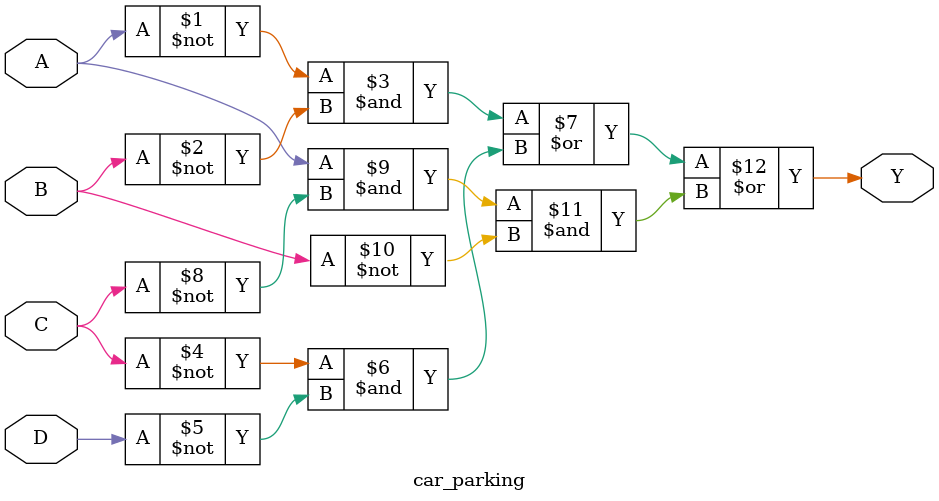
<source format=v>
module car_parking(
    input A,
    input B,
    input C,
    input D,
    output Y
    );
assign Y = (~A)&(~B)  | (~C) & (~D)  | A & (~C) & (~B);
endmodule

</source>
